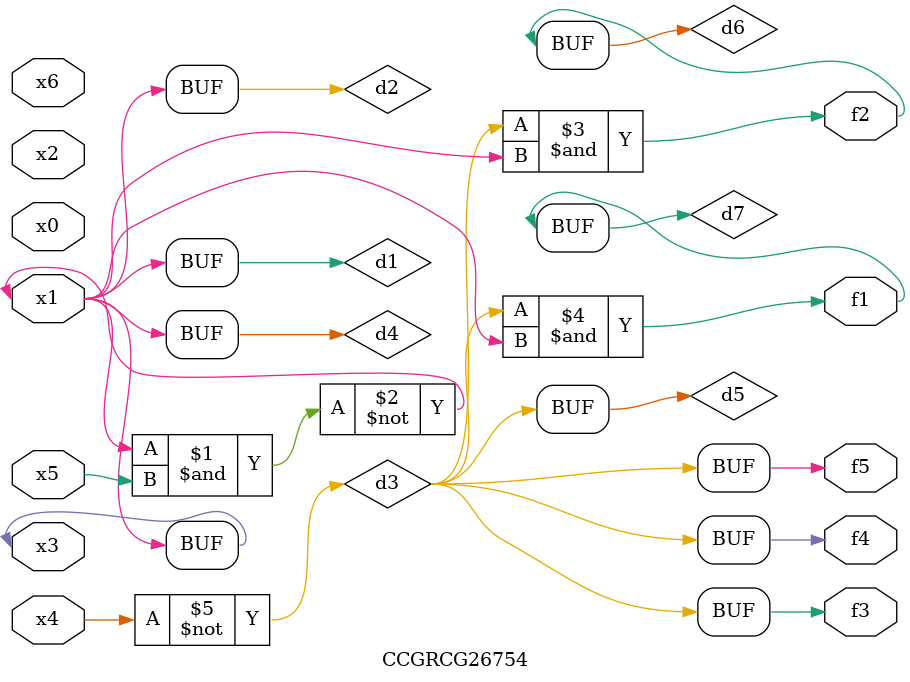
<source format=v>
module CCGRCG26754(
	input x0, x1, x2, x3, x4, x5, x6,
	output f1, f2, f3, f4, f5
);

	wire d1, d2, d3, d4, d5, d6, d7;

	buf (d1, x1, x3);
	nand (d2, x1, x5);
	not (d3, x4);
	buf (d4, d1, d2);
	buf (d5, d3);
	and (d6, d3, d4);
	and (d7, d3, d4);
	assign f1 = d7;
	assign f2 = d6;
	assign f3 = d5;
	assign f4 = d5;
	assign f5 = d5;
endmodule

</source>
